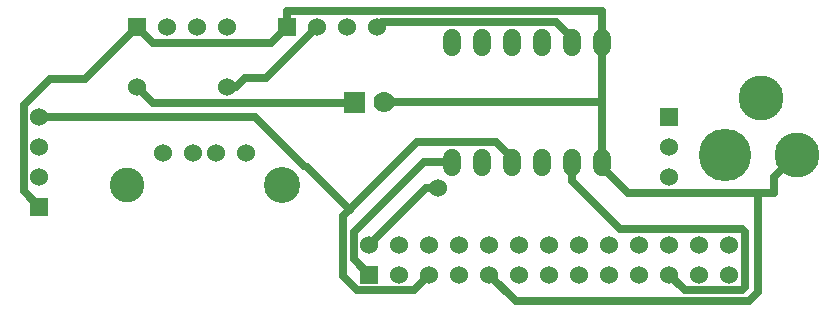
<source format=gbr>
G04 start of page 7 for group 5 idx 5 *
G04 Title: (unknown), bottom *
G04 Creator: pcb 20110918 *
G04 CreationDate: Sat 01 Feb 2014 02:35:45 AM GMT UTC *
G04 For: vince *
G04 Format: Gerber/RS-274X *
G04 PCB-Dimensions: 300000 110000 *
G04 PCB-Coordinate-Origin: lower left *
%MOIN*%
%FSLAX25Y25*%
%LNBOTTOM*%
%ADD91C,0.1100*%
%ADD90C,0.1250*%
%ADD89C,0.0280*%
%ADD88C,0.0905*%
%ADD87C,0.0380*%
%ADD86C,0.0350*%
%ADD85C,0.1500*%
%ADD84C,0.1750*%
%ADD83C,0.0700*%
%ADD82C,0.1155*%
%ADD81C,0.0001*%
%ADD80C,0.1205*%
%ADD79C,0.0600*%
%ADD78C,0.0100*%
%ADD77C,0.0250*%
G54D77*X97500Y97500D02*X92250Y92250D01*
X107500Y97500D02*X90500Y80500D01*
X97500Y102750D02*Y97500D01*
D03*
D03*
X83500Y80500D02*X80500Y77500D01*
X90500Y80500D02*X83500D01*
X86775Y67500D02*X103125Y51150D01*
X77500Y77500D02*X80500D01*
X77500D02*X80500D01*
X77500D01*
X120000Y72250D02*X52750D01*
X92250Y92250D02*X52750D01*
G54D78*X103388Y50888D02*X104112D01*
G54D77*X143125Y52500D02*X119750Y29125D01*
X141000Y59250D02*X116250Y34500D01*
X104112Y50888D02*X118375Y36625D01*
X165000Y15000D02*X173750Y6250D01*
X144000Y44000D02*X125000Y25000D01*
X145000Y15000D02*X139750Y9750D01*
X152500Y51000D02*Y52500D01*
Y54000D01*
X167250Y59250D02*X141000D01*
X152500Y52500D02*X143125D01*
X148000Y44000D02*X144000D01*
X116250Y34500D02*Y14375D01*
X119750Y29125D02*Y20250D01*
X139750Y9750D02*X120875D01*
X119750Y20250D02*X125000Y15000D01*
X120875Y9750D02*X116250Y14375D01*
X47500Y97500D02*X52750Y92250D01*
X42250D02*X30250Y80250D01*
X47500Y97500D02*X42250Y92250D01*
X47500Y77500D02*X52750Y72250D01*
X86775Y67500D02*X15000D01*
X18375Y80250D02*X9750Y71625D01*
X30250Y80250D02*X18375D01*
X9750Y42750D02*X15000Y37500D01*
X9750Y71625D02*Y42750D01*
X202500Y72500D02*X130000D01*
X120000D02*Y72250D01*
Y72500D02*Y72250D01*
Y72500D02*Y72250D01*
X129250Y99250D02*X127500Y97500D01*
X187250Y99250D02*X129250D01*
X202500Y102750D02*X97500D01*
X202500Y94000D03*
X260000Y42250D02*X254500D01*
X260000D02*X254500D01*
X267500Y55000D02*X260000Y47500D01*
Y42250D01*
X254500D02*Y9250D01*
X249125Y30250D02*X250250Y29125D01*
Y10875D02*X249125Y9750D01*
X250250Y29125D02*Y10875D01*
X254500Y9250D02*X251500Y6250D01*
X202500Y72500D02*Y71000D01*
Y51000D02*Y52500D01*
Y72500D02*Y71000D01*
Y51000D01*
Y91000D02*Y72500D01*
X187250Y99250D02*X192500Y94000D01*
Y91000D02*Y92500D01*
Y94000D01*
Y92500D01*
X167250Y59250D02*X172500Y54000D01*
X192500Y51000D02*Y46125D01*
X172500Y54000D02*Y52500D01*
X202500Y102750D02*Y94000D01*
Y102750D03*
Y94000D03*
Y92500D01*
X225000Y15000D02*X230250Y9750D01*
X249125D02*X230250D01*
X249125Y30250D02*X208375D01*
X254500Y42250D02*X211250D01*
X192500Y46125D02*X208375Y30250D01*
X211250Y42250D02*X202500Y51000D01*
X251500Y6250D02*X173750D01*
G54D79*X162500Y52500D03*
Y92500D03*
X152500D03*
X172500Y52500D03*
Y92500D03*
X182500Y52500D03*
Y92500D03*
X192500Y52500D03*
X202500D03*
X192500Y92500D03*
X155000Y15000D03*
Y25000D03*
X165000Y15000D03*
Y25000D03*
X175000Y15000D03*
Y25000D03*
X185000Y15000D03*
Y25000D03*
X195000Y15000D03*
Y25000D03*
X83777Y55670D03*
G54D80*X95850Y45000D03*
G54D81*G36*
X116500Y76000D02*Y69000D01*
X123500D01*
Y76000D01*
X116500D01*
G37*
G54D79*X56223Y55670D03*
X66063D03*
X73937D03*
G54D82*X44150Y45000D03*
G54D79*X77500Y77500D03*
X47500D03*
G54D81*G36*
X12000Y40500D02*Y34500D01*
X18000D01*
Y40500D01*
X12000D01*
G37*
G54D79*X15000Y47500D03*
Y57500D03*
Y67500D03*
G54D81*G36*
X94500Y100500D02*Y94500D01*
X100500D01*
Y100500D01*
X94500D01*
G37*
G54D79*X107500Y97500D03*
X117500D03*
X127500D03*
G54D81*G36*
X44500Y100500D02*Y94500D01*
X50500D01*
Y100500D01*
X44500D01*
G37*
G54D79*X57500Y97500D03*
X67500D03*
X77500D03*
X152500Y52500D03*
G54D83*X130000Y72500D03*
G54D81*G36*
X122000Y18000D02*Y12000D01*
X128000D01*
Y18000D01*
X122000D01*
G37*
G54D79*X125000Y25000D03*
X135000Y15000D03*
Y25000D03*
X145000Y15000D03*
Y25000D03*
X202500Y92500D03*
G54D81*G36*
X222000Y70500D02*Y64500D01*
X228000D01*
Y70500D01*
X222000D01*
G37*
G54D79*X225000Y57500D03*
Y47500D03*
X205000Y15000D03*
Y25000D03*
G54D84*X243500Y55000D03*
G54D85*X267500D03*
X255500Y74000D03*
G54D79*X215000Y15000D03*
X225000D03*
X235000D03*
X215000Y25000D03*
X225000D03*
X235000D03*
X245000Y15000D03*
Y25000D03*
X202500Y94000D02*Y91000D01*
X192500Y94000D02*Y91000D01*
X182500Y94000D02*Y91000D01*
X172500Y94000D02*Y91000D01*
X162500Y94000D02*Y91000D01*
X152500Y94000D02*Y91000D01*
X172500Y54000D02*Y51000D01*
X182500Y54000D02*Y51000D01*
X152500Y54000D02*Y51000D01*
X162500Y54000D02*Y51000D01*
X192500Y54000D02*Y51000D01*
X202500Y54000D02*Y51000D01*
X148000Y44000D03*
G54D86*G54D87*G54D88*G54D89*G54D87*G54D88*G54D89*G54D87*G54D90*G54D87*G54D90*G54D86*G54D89*G54D87*G54D86*G54D87*G54D90*G54D91*G54D90*G54D87*G54D90*G54D87*M02*

</source>
